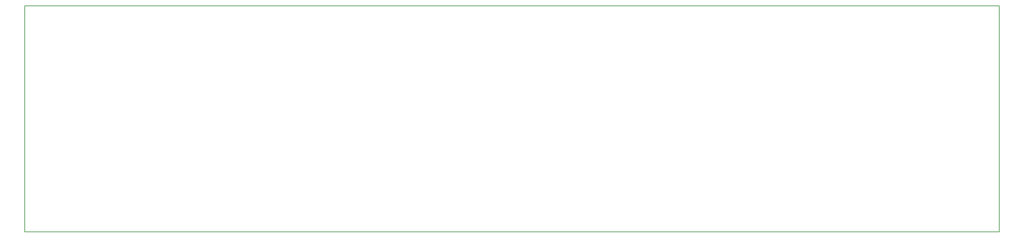
<source format=gm1>
G04 #@! TF.GenerationSoftware,KiCad,Pcbnew,7.0.9*
G04 #@! TF.CreationDate,2024-04-15T23:38:29-07:00*
G04 #@! TF.ProjectId,AVcarrierBoard,41566361-7272-4696-9572-426f6172642e,rev?*
G04 #@! TF.SameCoordinates,Original*
G04 #@! TF.FileFunction,Profile,NP*
%FSLAX46Y46*%
G04 Gerber Fmt 4.6, Leading zero omitted, Abs format (unit mm)*
G04 Created by KiCad (PCBNEW 7.0.9) date 2024-04-15 23:38:29*
%MOMM*%
%LPD*%
G01*
G04 APERTURE LIST*
G04 #@! TA.AperFunction,Profile*
%ADD10C,0.200000*%
G04 #@! TD*
G04 APERTURE END LIST*
D10*
X22765000Y-65570000D02*
X276365000Y-65570000D01*
X276365000Y-124570000D01*
X22765000Y-124570000D01*
X22765000Y-65570000D01*
M02*

</source>
